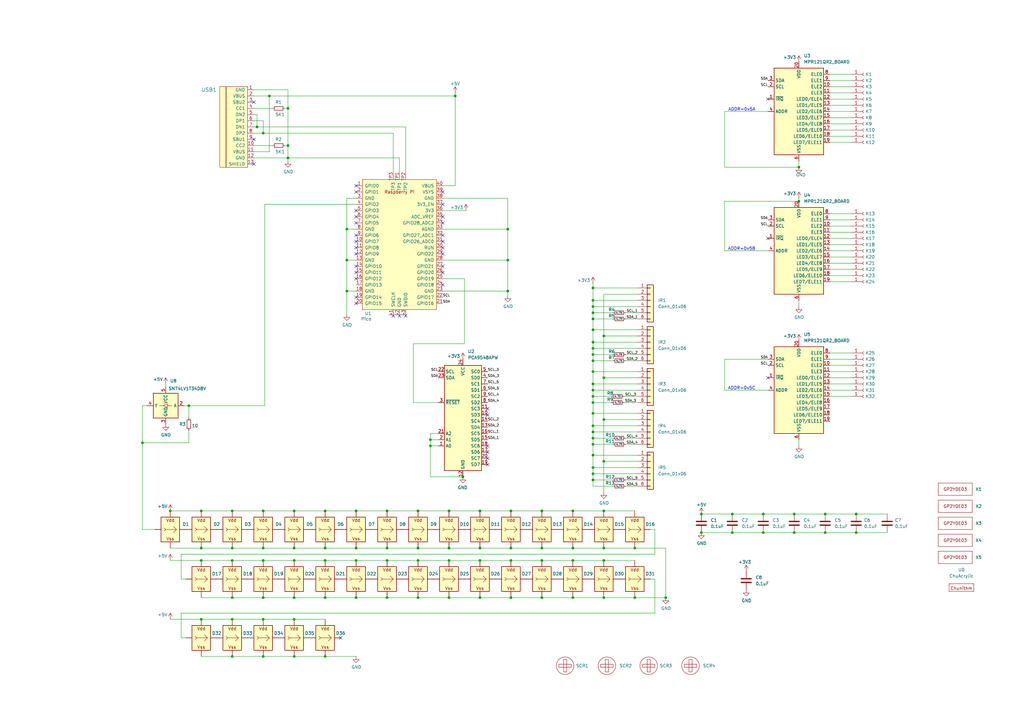
<source format=kicad_sch>
(kicad_sch (version 20211123) (generator eeschema)
  (paper "A3")
  (junction (at 243.205 169.545))
  (junction (at 243.205 160.02))
  (junction (at 247.65 189.23))
  (junction (at 243.205 182.245))
  (junction (at 120.65 224.79))
  (junction (at 58.42 181.61))
  (junction (at 234.95 245.11))
  (junction (at 158.75 209.55))
  (junction (at 107.95 54.61))
  (junction (at 338.455 218.44))
  (junction (at 107.95 224.79))
  (junction (at 247.65 245.11))
  (junction (at 243.205 125.73))
  (junction (at 133.35 269.24))
  (junction (at 186.69 39.37))
  (junction (at 120.65 254))
  (junction (at 260.35 245.11))
  (junction (at 247.65 209.55))
  (junction (at 260.35 224.79))
  (junction (at 243.205 177.165))
  (junction (at 243.205 196.85))
  (junction (at 176.53 182.88))
  (junction (at 243.205 165.1))
  (junction (at 222.25 229.87))
  (junction (at 196.85 224.79))
  (junction (at 146.05 229.87))
  (junction (at 176.53 180.34))
  (junction (at 243.205 130.81))
  (junction (at 171.45 209.55))
  (junction (at 82.55 254))
  (junction (at 120.65 269.24))
  (junction (at 133.35 224.79))
  (junction (at 82.55 229.87))
  (junction (at 243.205 142.875))
  (junction (at 107.95 245.11))
  (junction (at 243.205 194.31))
  (junction (at 243.205 118.11))
  (junction (at 120.65 209.55))
  (junction (at 146.05 224.79))
  (junction (at 158.75 229.87))
  (junction (at 300.355 218.44))
  (junction (at 287.655 210.82))
  (junction (at 196.85 209.55))
  (junction (at 234.95 224.79))
  (junction (at 171.45 245.11))
  (junction (at 142.24 119.38))
  (junction (at 184.15 229.87))
  (junction (at 110.49 39.37))
  (junction (at 95.25 224.79))
  (junction (at 287.655 218.44))
  (junction (at 351.155 218.44))
  (junction (at 247.65 154.94))
  (junction (at 327.66 68.58))
  (junction (at 351.155 210.82))
  (junction (at 118.11 64.77))
  (junction (at 189.865 195.58))
  (junction (at 95.25 245.11))
  (junction (at 171.45 229.87))
  (junction (at 133.35 209.55))
  (junction (at 184.15 245.11))
  (junction (at 243.205 186.69))
  (junction (at 146.05 209.55))
  (junction (at 325.755 210.82))
  (junction (at 247.65 229.87))
  (junction (at 243.205 152.4))
  (junction (at 247.65 224.79))
  (junction (at 325.755 218.44))
  (junction (at 95.25 229.87))
  (junction (at 184.15 224.79))
  (junction (at 209.55 245.11))
  (junction (at 243.205 162.56))
  (junction (at 300.355 210.82))
  (junction (at 107.95 254))
  (junction (at 243.205 128.27))
  (junction (at 247.65 137.795))
  (junction (at 171.45 224.79))
  (junction (at 158.75 245.11))
  (junction (at 313.055 210.82))
  (junction (at 107.95 269.24))
  (junction (at 133.35 245.11))
  (junction (at 338.455 210.82))
  (junction (at 107.95 229.87))
  (junction (at 243.205 179.705))
  (junction (at 118.11 59.69))
  (junction (at 243.205 191.77))
  (junction (at 142.24 106.68))
  (junction (at 120.65 229.87))
  (junction (at 118.11 44.45))
  (junction (at 95.25 269.24))
  (junction (at 273.05 245.11))
  (junction (at 120.65 245.11))
  (junction (at 243.205 140.335))
  (junction (at 82.55 209.55))
  (junction (at 234.95 209.55))
  (junction (at 222.25 224.79))
  (junction (at 209.55 209.55))
  (junction (at 243.205 135.255))
  (junction (at 95.25 254))
  (junction (at 243.205 174.625))
  (junction (at 77.47 166.37))
  (junction (at 133.35 229.87))
  (junction (at 107.95 209.55))
  (junction (at 247.65 172.085))
  (junction (at 146.05 245.11))
  (junction (at 142.24 93.98))
  (junction (at 209.55 229.87))
  (junction (at 243.205 145.415))
  (junction (at 209.55 224.79))
  (junction (at 95.25 209.55))
  (junction (at 243.205 157.48))
  (junction (at 222.25 245.11))
  (junction (at 196.85 229.87))
  (junction (at 243.205 123.19))
  (junction (at 222.25 209.55))
  (junction (at 69.85 209.55))
  (junction (at 208.28 106.68))
  (junction (at 208.28 93.98))
  (junction (at 82.55 224.79))
  (junction (at 158.75 224.79))
  (junction (at 327.66 82.55))
  (junction (at 105.41 52.07))
  (junction (at 313.055 218.44))
  (junction (at 234.95 229.87))
  (junction (at 208.28 119.38))
  (junction (at 196.85 245.11))
  (junction (at 243.205 147.955))
  (junction (at 184.15 209.55))
  (no_connect (at 163.83 129.54))
  (no_connect (at 200.025 187.96))
  (no_connect (at 200.025 190.5))
  (no_connect (at 146.05 99.06))
  (no_connect (at 314.96 154.94))
  (no_connect (at 104.14 67.31))
  (no_connect (at 104.14 41.91))
  (no_connect (at 104.14 57.15))
  (no_connect (at 181.61 101.6))
  (no_connect (at 181.61 104.14))
  (no_connect (at 181.61 109.22))
  (no_connect (at 181.61 111.76))
  (no_connect (at 181.61 78.74))
  (no_connect (at 181.61 83.82))
  (no_connect (at 181.61 88.9))
  (no_connect (at 146.05 121.92))
  (no_connect (at 161.29 129.54))
  (no_connect (at 181.61 91.44))
  (no_connect (at 146.05 104.14))
  (no_connect (at 146.05 111.76))
  (no_connect (at 200.025 185.42))
  (no_connect (at 146.05 124.46))
  (no_connect (at 181.61 96.52))
  (no_connect (at 146.05 78.74))
  (no_connect (at 200.025 170.18))
  (no_connect (at 200.025 167.64))
  (no_connect (at 181.61 116.84))
  (no_connect (at 146.05 96.52))
  (no_connect (at 146.05 109.22))
  (no_connect (at 181.61 99.06))
  (no_connect (at 146.05 76.2))
  (no_connect (at 200.025 182.88))
  (no_connect (at 314.96 40.64))
  (no_connect (at 146.05 114.3))
  (no_connect (at 146.05 86.36))
  (no_connect (at 314.96 97.79))
  (no_connect (at 139.7 261.62))
  (no_connect (at 166.37 129.54))
  (no_connect (at 146.05 101.6))
  (no_connect (at 146.05 91.44))
  (no_connect (at 146.05 88.9))
  (wire (pts (xy 255.905 165.1) (xy 261.62 165.1)))
  (wire (pts (xy 314.96 160.02) (xy 297.18 160.02)))
  (wire (pts (xy 327.66 125.73) (xy 327.66 123.19)))
  (wire (pts (xy 118.11 36.83) (xy 118.11 44.45)))
  (wire (pts (xy 256.54 182.245) (xy 261.62 182.245)))
  (wire (pts (xy 181.61 86.36) (xy 191.135 86.36)))
  (wire (pts (xy 142.24 81.28) (xy 142.24 93.98)))
  (wire (pts (xy 243.205 157.48) (xy 261.62 157.48)))
  (wire (pts (xy 243.205 152.4) (xy 243.205 157.48)))
  (wire (pts (xy 171.45 224.79) (xy 184.15 224.79)))
  (wire (pts (xy 340.36 43.18) (xy 349.25 43.18)))
  (wire (pts (xy 176.53 177.8) (xy 176.53 180.34)))
  (wire (pts (xy 108.585 166.37) (xy 77.47 166.37)))
  (wire (pts (xy 256.54 179.705) (xy 261.62 179.705)))
  (wire (pts (xy 222.25 224.79) (xy 234.95 224.79)))
  (wire (pts (xy 58.42 181.61) (xy 58.42 166.37)))
  (wire (pts (xy 181.61 119.38) (xy 208.28 119.38)))
  (wire (pts (xy 340.36 33.02) (xy 349.25 33.02)))
  (wire (pts (xy 340.36 48.26) (xy 349.25 48.26)))
  (wire (pts (xy 351.155 218.44) (xy 363.855 218.44)))
  (wire (pts (xy 104.14 52.07) (xy 105.41 52.07)))
  (wire (pts (xy 120.65 254) (xy 133.35 254)))
  (wire (pts (xy 247.65 209.55) (xy 260.35 209.55)))
  (wire (pts (xy 340.36 38.1) (xy 349.25 38.1)))
  (wire (pts (xy 243.205 162.56) (xy 250.825 162.56)))
  (wire (pts (xy 243.205 165.1) (xy 243.205 169.545)))
  (wire (pts (xy 110.49 62.23) (xy 110.49 39.37)))
  (wire (pts (xy 243.205 191.77) (xy 261.62 191.77)))
  (wire (pts (xy 349.25 115.57) (xy 340.36 115.57)))
  (wire (pts (xy 146.05 209.55) (xy 158.75 209.55)))
  (wire (pts (xy 208.28 81.28) (xy 208.28 93.98)))
  (wire (pts (xy 247.65 137.795) (xy 247.65 154.94)))
  (wire (pts (xy 268.605 217.17) (xy 268.605 227.33)))
  (wire (pts (xy 69.85 229.87) (xy 82.55 229.87)))
  (wire (pts (xy 327.66 182.88) (xy 327.66 180.34)))
  (wire (pts (xy 176.53 180.34) (xy 176.53 182.88)))
  (wire (pts (xy 349.25 90.17) (xy 340.36 90.17)))
  (wire (pts (xy 268.605 227.33) (xy 74.295 227.33)))
  (wire (pts (xy 243.205 162.56) (xy 243.205 165.1)))
  (wire (pts (xy 349.25 58.42) (xy 340.36 58.42)))
  (wire (pts (xy 243.205 142.875) (xy 243.205 145.415)))
  (wire (pts (xy 340.36 55.88) (xy 349.25 55.88)))
  (wire (pts (xy 95.25 224.79) (xy 107.95 224.79)))
  (wire (pts (xy 74.295 261.62) (xy 76.2 261.62)))
  (wire (pts (xy 196.85 224.79) (xy 209.55 224.79)))
  (wire (pts (xy 243.205 182.245) (xy 243.205 186.69)))
  (wire (pts (xy 243.205 147.955) (xy 243.205 152.4)))
  (wire (pts (xy 243.205 135.255) (xy 261.62 135.255)))
  (wire (pts (xy 266.7 217.17) (xy 268.605 217.17)))
  (wire (pts (xy 340.36 45.72) (xy 349.25 45.72)))
  (wire (pts (xy 58.42 166.37) (xy 60.325 166.37)))
  (wire (pts (xy 234.95 209.55) (xy 247.65 209.55)))
  (wire (pts (xy 297.18 147.32) (xy 314.96 147.32)))
  (wire (pts (xy 340.36 30.48) (xy 349.25 30.48)))
  (wire (pts (xy 261.62 120.65) (xy 247.65 120.65)))
  (wire (pts (xy 327.66 68.58) (xy 327.66 66.04)))
  (wire (pts (xy 349.25 160.02) (xy 340.36 160.02)))
  (wire (pts (xy 95.25 254) (xy 107.95 254)))
  (wire (pts (xy 314.96 45.72) (xy 297.18 45.72)))
  (wire (pts (xy 247.65 172.085) (xy 247.65 189.23)))
  (wire (pts (xy 243.205 165.1) (xy 250.825 165.1)))
  (wire (pts (xy 161.29 54.61) (xy 107.95 54.61)))
  (wire (pts (xy 243.205 177.165) (xy 243.205 179.705)))
  (wire (pts (xy 243.205 174.625) (xy 243.205 177.165)))
  (wire (pts (xy 169.545 140.97) (xy 169.545 165.1)))
  (wire (pts (xy 222.25 229.87) (xy 234.95 229.87)))
  (wire (pts (xy 95.25 245.11) (xy 107.95 245.11)))
  (wire (pts (xy 256.54 128.27) (xy 261.62 128.27)))
  (wire (pts (xy 247.65 154.94) (xy 261.62 154.94)))
  (wire (pts (xy 107.95 269.24) (xy 120.65 269.24)))
  (wire (pts (xy 340.36 35.56) (xy 349.25 35.56)))
  (wire (pts (xy 340.36 50.8) (xy 349.25 50.8)))
  (wire (pts (xy 273.05 245.11) (xy 273.05 224.79)))
  (wire (pts (xy 171.45 245.11) (xy 184.15 245.11)))
  (wire (pts (xy 243.205 142.875) (xy 261.62 142.875)))
  (wire (pts (xy 196.85 229.87) (xy 209.55 229.87)))
  (wire (pts (xy 243.205 145.415) (xy 251.46 145.415)))
  (wire (pts (xy 243.205 147.955) (xy 251.46 147.955)))
  (wire (pts (xy 349.25 152.4) (xy 340.36 152.4)))
  (wire (pts (xy 234.95 224.79) (xy 247.65 224.79)))
  (wire (pts (xy 243.205 194.31) (xy 243.205 196.85)))
  (wire (pts (xy 243.205 169.545) (xy 261.62 169.545)))
  (wire (pts (xy 243.205 118.11) (xy 243.205 123.19)))
  (wire (pts (xy 169.545 165.1) (xy 179.705 165.1)))
  (wire (pts (xy 107.95 245.11) (xy 120.65 245.11)))
  (wire (pts (xy 107.95 229.87) (xy 120.65 229.87)))
  (wire (pts (xy 243.205 128.27) (xy 243.205 130.81)))
  (wire (pts (xy 142.24 93.98) (xy 142.24 106.68)))
  (wire (pts (xy 256.54 145.415) (xy 261.62 145.415)))
  (wire (pts (xy 208.28 119.38) (xy 208.28 121.285)))
  (wire (pts (xy 260.35 224.79) (xy 273.05 224.79)))
  (wire (pts (xy 243.205 140.335) (xy 243.205 142.875)))
  (wire (pts (xy 82.55 229.87) (xy 95.25 229.87)))
  (wire (pts (xy 297.18 102.87) (xy 297.18 82.55)))
  (wire (pts (xy 349.25 87.63) (xy 340.36 87.63)))
  (wire (pts (xy 82.55 254) (xy 95.25 254)))
  (wire (pts (xy 349.25 149.86) (xy 340.36 149.86)))
  (wire (pts (xy 133.35 224.79) (xy 146.05 224.79)))
  (wire (pts (xy 243.205 196.85) (xy 251.46 196.85)))
  (wire (pts (xy 300.355 210.82) (xy 313.055 210.82)))
  (wire (pts (xy 340.36 53.34) (xy 349.25 53.34)))
  (wire (pts (xy 179.705 177.8) (xy 176.53 177.8)))
  (wire (pts (xy 58.42 181.61) (xy 58.42 217.17)))
  (wire (pts (xy 120.65 209.55) (xy 133.35 209.55)))
  (wire (pts (xy 243.205 152.4) (xy 261.62 152.4)))
  (wire (pts (xy 133.35 209.55) (xy 146.05 209.55)))
  (wire (pts (xy 176.53 182.88) (xy 176.53 195.58)))
  (wire (pts (xy 105.41 46.99) (xy 105.41 52.07)))
  (wire (pts (xy 243.205 145.415) (xy 243.205 147.955)))
  (wire (pts (xy 166.37 52.07) (xy 105.41 52.07)))
  (wire (pts (xy 107.95 254) (xy 120.65 254)))
  (wire (pts (xy 313.055 218.44) (xy 325.755 218.44)))
  (wire (pts (xy 95.25 269.24) (xy 107.95 269.24)))
  (wire (pts (xy 209.55 209.55) (xy 222.25 209.55)))
  (wire (pts (xy 171.45 229.87) (xy 184.15 229.87)))
  (wire (pts (xy 209.55 229.87) (xy 222.25 229.87)))
  (wire (pts (xy 349.25 105.41) (xy 340.36 105.41)))
  (wire (pts (xy 104.14 64.77) (xy 118.11 64.77)))
  (wire (pts (xy 107.95 49.53) (xy 107.95 54.61)))
  (wire (pts (xy 146.05 245.11) (xy 158.75 245.11)))
  (wire (pts (xy 190.5 114.3) (xy 181.61 114.3)))
  (wire (pts (xy 247.65 137.795) (xy 261.62 137.795)))
  (wire (pts (xy 190.5 114.3) (xy 190.5 140.97)))
  (wire (pts (xy 166.37 71.12) (xy 166.37 52.07)))
  (wire (pts (xy 243.205 177.165) (xy 261.62 177.165)))
  (wire (pts (xy 77.47 166.37) (xy 77.47 171.45)))
  (wire (pts (xy 243.205 118.11) (xy 261.62 118.11)))
  (wire (pts (xy 176.53 195.58) (xy 189.865 195.58)))
  (wire (pts (xy 176.53 180.34) (xy 179.705 180.34)))
  (wire (pts (xy 349.25 162.56) (xy 340.36 162.56)))
  (wire (pts (xy 234.95 229.87) (xy 247.65 229.87)))
  (wire (pts (xy 163.83 71.12) (xy 163.83 64.77)))
  (wire (pts (xy 108.585 83.82) (xy 108.585 166.37)))
  (wire (pts (xy 77.47 181.61) (xy 58.42 181.61)))
  (wire (pts (xy 82.55 209.55) (xy 95.25 209.55)))
  (wire (pts (xy 349.25 157.48) (xy 340.36 157.48)))
  (wire (pts (xy 176.53 182.88) (xy 179.705 182.88)))
  (wire (pts (xy 120.65 224.79) (xy 133.35 224.79)))
  (wire (pts (xy 234.95 245.11) (xy 247.65 245.11)))
  (wire (pts (xy 349.25 110.49) (xy 340.36 110.49)))
  (wire (pts (xy 222.25 245.11) (xy 234.95 245.11)))
  (wire (pts (xy 268.605 251.46) (xy 74.295 251.46)))
  (wire (pts (xy 349.25 107.95) (xy 340.36 107.95)))
  (wire (pts (xy 58.42 217.17) (xy 63.5 217.17)))
  (wire (pts (xy 287.655 218.44) (xy 300.355 218.44)))
  (wire (pts (xy 171.45 209.55) (xy 184.15 209.55)))
  (wire (pts (xy 243.205 130.81) (xy 243.205 135.255)))
  (wire (pts (xy 243.205 125.73) (xy 261.62 125.73)))
  (wire (pts (xy 74.295 237.49) (xy 76.2 237.49)))
  (wire (pts (xy 104.14 62.23) (xy 110.49 62.23)))
  (wire (pts (xy 110.49 39.37) (xy 186.69 39.37)))
  (wire (pts (xy 349.25 92.71) (xy 340.36 92.71)))
  (wire (pts (xy 256.54 199.39) (xy 261.62 199.39)))
  (wire (pts (xy 190.5 140.97) (xy 169.545 140.97)))
  (wire (pts (xy 104.14 54.61) (xy 107.95 54.61)))
  (wire (pts (xy 95.25 209.55) (xy 107.95 209.55)))
  (wire (pts (xy 74.295 227.33) (xy 74.295 237.49)))
  (wire (pts (xy 74.295 251.46) (xy 74.295 261.62)))
  (wire (pts (xy 349.25 147.32) (xy 340.36 147.32)))
  (wire (pts (xy 247.65 189.23) (xy 261.62 189.23)))
  (wire (pts (xy 243.205 174.625) (xy 261.62 174.625)))
  (wire (pts (xy 95.25 229.87) (xy 107.95 229.87)))
  (wire (pts (xy 104.14 59.69) (xy 111.76 59.69)))
  (wire (pts (xy 120.65 245.11) (xy 133.35 245.11)))
  (wire (pts (xy 255.905 162.56) (xy 261.62 162.56)))
  (wire (pts (xy 107.95 224.79) (xy 120.65 224.79)))
  (wire (pts (xy 146.05 229.87) (xy 158.75 229.87)))
  (wire (pts (xy 161.29 71.12) (xy 161.29 54.61)))
  (wire (pts (xy 142.24 106.68) (xy 142.24 119.38)))
  (wire (pts (xy 300.355 218.44) (xy 313.055 218.44)))
  (wire (pts (xy 104.14 44.45) (xy 111.76 44.45)))
  (wire (pts (xy 243.205 186.69) (xy 261.62 186.69)))
  (wire (pts (xy 313.055 210.82) (xy 325.755 210.82)))
  (wire (pts (xy 340.36 40.64) (xy 349.25 40.64)))
  (wire (pts (xy 107.95 209.55) (xy 120.65 209.55)))
  (wire (pts (xy 247.65 120.65) (xy 247.65 137.795)))
  (wire (pts (xy 243.205 194.31) (xy 261.62 194.31)))
  (wire (pts (xy 327.66 81.28) (xy 327.66 82.55)))
  (wire (pts (xy 247.65 224.79) (xy 260.35 224.79)))
  (wire (pts (xy 118.11 59.69) (xy 116.84 59.69)))
  (wire (pts (xy 349.25 102.87) (xy 340.36 102.87)))
  (wire (pts (xy 163.83 64.77) (xy 118.11 64.77)))
  (wire (pts (xy 82.55 269.24) (xy 95.25 269.24)))
  (wire (pts (xy 256.54 130.81) (xy 261.62 130.81)))
  (wire (pts (xy 120.65 269.24) (xy 133.35 269.24)))
  (wire (pts (xy 266.7 237.49) (xy 268.605 237.49)))
  (wire (pts (xy 243.205 179.705) (xy 243.205 182.245)))
  (wire (pts (xy 196.85 245.11) (xy 209.55 245.11)))
  (wire (pts (xy 256.54 147.955) (xy 261.62 147.955)))
  (wire (pts (xy 104.14 36.83) (xy 118.11 36.83)))
  (wire (pts (xy 82.55 245.11) (xy 95.25 245.11)))
  (wire (pts (xy 104.14 39.37) (xy 110.49 39.37)))
  (wire (pts (xy 268.605 237.49) (xy 268.605 251.46)))
  (wire (pts (xy 243.205 179.705) (xy 251.46 179.705)))
  (wire (pts (xy 256.54 196.85) (xy 261.62 196.85)))
  (wire (pts (xy 184.15 224.79) (xy 196.85 224.79)))
  (wire (pts (xy 243.205 128.27) (xy 251.46 128.27)))
  (wire (pts (xy 184.15 229.87) (xy 196.85 229.87)))
  (wire (pts (xy 338.455 218.44) (xy 351.155 218.44)))
  (wire (pts (xy 243.205 123.19) (xy 261.62 123.19)))
  (wire (pts (xy 158.75 209.55) (xy 171.45 209.55)))
  (wire (pts (xy 261.62 160.02) (xy 243.205 160.02)))
  (wire (pts (xy 146.05 81.28) (xy 142.24 81.28)))
  (wire (pts (xy 297.18 160.02) (xy 297.18 147.32)))
  (wire (pts (xy 142.24 119.38) (xy 146.05 119.38)))
  (wire (pts (xy 208.28 106.68) (xy 208.28 119.38)))
  (wire (pts (xy 297.18 82.55) (xy 327.66 82.55)))
  (wire (pts (xy 77.47 176.53) (xy 77.47 181.61)))
  (wire (pts (xy 69.85 254) (xy 82.55 254)))
  (wire (pts (xy 243.205 116.205) (xy 243.205 118.11)))
  (wire (pts (xy 146.05 224.79) (xy 158.75 224.79)))
  (wire (pts (xy 158.75 224.79) (xy 171.45 224.79)))
  (wire (pts (xy 243.205 199.39) (xy 251.46 199.39)))
  (wire (pts (xy 297.18 45.72) (xy 297.18 68.58)))
  (wire (pts (xy 133.35 269.24) (xy 146.05 269.24)))
  (wire (pts (xy 181.61 81.28) (xy 208.28 81.28)))
  (wire (pts (xy 120.65 229.87) (xy 133.35 229.87)))
  (wire (pts (xy 349.25 154.94) (xy 340.36 154.94)))
  (wire (pts (xy 338.455 210.82) (xy 351.155 210.82)))
  (wire (pts (xy 158.75 229.87) (xy 171.45 229.87)))
  (wire (pts (xy 243.205 160.02) (xy 243.205 162.56)))
  (wire (pts (xy 181.61 106.68) (xy 208.28 106.68)))
  (wire (pts (xy 133.35 229.87) (xy 146.05 229.87)))
  (wire (pts (xy 67.945 157.48) (xy 67.945 158.75)))
  (wire (pts (xy 118.11 44.45) (xy 118.11 59.69)))
  (wire (pts (xy 243.205 182.245) (xy 251.46 182.245)))
  (wire (pts (xy 133.35 245.11) (xy 146.05 245.11)))
  (wire (pts (xy 82.55 224.79) (xy 95.25 224.79)))
  (wire (pts (xy 247.65 172.085) (xy 261.62 172.085)))
  (wire (pts (xy 208.28 93.98) (xy 208.28 106.68)))
  (wire (pts (xy 196.85 209.55) (xy 209.55 209.55)))
  (wire (pts (xy 118.11 64.77) (xy 118.11 66.04)))
  (wire (pts (xy 325.755 218.44) (xy 338.455 218.44)))
  (wire (pts (xy 247.65 154.94) (xy 247.65 172.085)))
  (wire (pts (xy 247.65 229.87) (xy 260.35 229.87)))
  (wire (pts (xy 349.25 100.33) (xy 340.36 100.33)))
  (wire (pts (xy 314.96 102.87) (xy 297.18 102.87)))
  (wire (pts (xy 297.18 68.58) (xy 327.66 68.58)))
  (wire (pts (xy 184.15 245.11) (xy 196.85 245.11)))
  (wire (pts (xy 181.61 93.98) (xy 208.28 93.98)))
  (wire (pts (xy 209.55 224.79) (xy 222.25 224.79)))
  (wire (pts (xy 243.205 135.255) (xy 243.205 140.335)))
  (wire (pts (xy 247.65 245.11) (xy 260.35 245.11)))
  (wire (pts (xy 260.35 245.11) (xy 273.05 245.11)))
  (wire (pts (xy 243.205 125.73) (xy 243.205 128.27)))
  (wire (pts (xy 184.15 209.55) (xy 196.85 209.55)))
  (wire (pts (xy 186.69 39.37) (xy 186.69 38.1)))
  (wire (pts (xy 158.75 245.11) (xy 171.45 245.11)))
  (wire (pts (xy 104.14 49.53) (xy 107.95 49.53)))
  (wire (pts (xy 118.11 59.69) (xy 118.11 64.77)))
  (wire (pts (xy 349.25 144.78) (xy 340.36 144.78)))
  (wire (pts (xy 209.55 245.11) (xy 222.25 245.11)))
  (wire (pts (xy 222.25 209.55) (xy 234.95 209.55)))
  (wire (pts (xy 287.655 210.82) (xy 300.355 210.82)))
  (wire (pts (xy 104.14 46.99) (xy 105.41 46.99)))
  (wire (pts (xy 243.205 123.19) (xy 243.205 125.73)))
  (wire (pts (xy 142.24 93.98) (xy 146.05 93.98)))
  (wire (pts (xy 243.205 157.48) (xy 243.205 160.02)))
  (wire (pts (xy 118.11 44.45) (xy 116.84 44.45)))
  (wire (pts (xy 69.85 224.79) (xy 82.55 224.79)))
  (wire (pts (xy 243.205 191.77) (xy 243.205 194.31)))
  (wire (pts (xy 243.205 140.335) (xy 261.62 140.335)))
  (wire (pts (xy 181.61 76.2) (xy 186.69 76.2)))
  (wire (pts (xy 77.47 166.37) (xy 75.565 166.37)))
  (wire (pts (xy 349.25 97.79) (xy 340.36 97.79)))
  (wire (pts (xy 349.25 95.25) (xy 340.36 95.25)))
  (wire (pts (xy 243.205 130.81) (xy 251.46 130.81)))
  (wire (pts (xy 69.85 209.55) (xy 82.55 209.55)))
  (wire (pts (xy 186.69 39.37) (xy 186.69 76.2)))
  (wire (pts (xy 243.205 186.69) (xy 243.205 191.77)))
  (wire (pts (xy 142.24 119.38) (xy 142.24 128.905)))
  (wire (pts (xy 243.205 169.545) (xy 243.205 174.625)))
  (wire (pts (xy 142.24 106.68) (xy 146.05 106.68)))
  (wire (pts (xy 325.755 210.82) (xy 338.455 210.82)))
  (wire (pts (xy 247.65 189.23) (xy 247.65 201.93)))
  (wire (pts (xy 146.05 83.82) (xy 108.585 83.82)))
  (wire (pts (xy 349.25 113.03) (xy 340.36 113.03)))
  (wire (pts (xy 243.205 196.85) (xy 243.205 199.39)))
  (wire (pts (xy 351.155 210.82) (xy 363.855 210.82)))
  (text "ADDR=0x5C" (at 309.88 160.02 180) (effects (font (size 1.27 1.27)) (justify right bottom)))
  (text "ADDR=0x5A" (at 309.88 45.72 180) (effects (font (size 1.27 1.27)) (justify right bottom)))
  (text "ADDR=0x5B" (at 309.88 102.87 180) (effects (font (size 1.27 1.27)) (justify right bottom)))
  (label "SCL_2" (at 261.62 145.415 180) (effects (font (size 1 1))))
  (label "SDA_3" (at 260.985 165.1 180) (effects (font (size 1 1))))
  (label "SCL_2" (at 200.025 172.72 0) (effects (font (size 1 1))))
  (label "SDA_5" (at 200.025 160.02 0) (effects (font (size 1 1))))
  (label "SCL_4" (at 261.62 179.705 180) (effects (font (size 1 1))))
  (label "SDA_4" (at 200.025 165.1 0) (effects (font (size 1 1))))
  (label "SCL" (at 314.96 149.86 180) (effects (font (size 1 1))))
  (label "SCL_1" (at 261.62 128.27 180) (effects (font (size 1 1))))
  (label "SCL_4" (at 200.025 162.56 0) (effects (font (size 1 1))))
  (label "SDA_2" (at 261.62 147.955 180) (effects (font (size 1 1))))
  (label "SCL_3" (at 260.985 162.56 180) (effects (font (size 1 1))))
  (label "SDA" (at 179.705 154.94 180) (effects (font (size 1 1))))
  (label "SCL_1" (at 200.025 177.8 0) (effects (font (size 1 1))))
  (label "SDA_3" (at 200.025 154.94 0) (effects (font (size 1 1))))
  (label "SDA_5" (at 261.62 199.39 180) (effects (font (size 1 1))))
  (label "SCL" (at 314.96 35.56 180) (effects (font (size 1 1))))
  (label "SDA_4" (at 261.62 182.245 180) (effects (font (size 1 1))))
  (label "SDA" (at 314.96 147.32 180) (effects (font (size 1 1))))
  (label "SCL_3" (at 200.025 152.4 0) (effects (font (size 1 1))))
  (label "SDA" (at 314.96 90.17 180) (effects (font (size 1 1))))
  (label "SCL_5" (at 200.025 157.48 0) (effects (font (size 1 1))))
  (label "SDA_2" (at 200.025 175.26 0) (effects (font (size 1 1))))
  (label "SCL" (at 181.61 121.92 0) (effects (font (size 1 1))))
  (label "SDA" (at 181.61 124.46 0) (effects (font (size 1 1))))
  (label "SCL" (at 179.705 152.4 180) (effects (font (size 1 1))))
  (label "SCL" (at 314.96 92.71 180) (effects (font (size 1 1))))
  (label "SDA_1" (at 261.62 130.81 180) (effects (font (size 1 1))))
  (label "SDA" (at 314.96 33.02 180) (effects (font (size 1 1))))
  (label "SDA_1" (at 200.025 180.34 0) (effects (font (size 1 1))))
  (label "SCL_5" (at 261.62 196.85 180) (effects (font (size 1 1))))
  (symbol (lib_id "MCU_RaspberryPi_and_Boards:Pico") (at 163.83 100.33 0) (unit 1)
    (property "Reference" "U1" (at 152.4 128.4986 0) (effects (justify right)))
    (property "Value" "Pico" (at 152.4 130.81 0) (effects (justify right)))
    (property "Footprint" "chu_main:RPi_Pico_SMD_Pins_Strip" (effects hide))
  )
  (symbol (lib_id "Type-C:HRO-TYPE-C-31-M-12") (at 101.6 50.8 0) (unit 1)
    (property "Reference" "USB1" (at 82.55 36.83 0) (effects (font (size 1.524 1.524)) (justify left)))
    (property "Value" "U262-161N-4BVC11" (effects hide))
    (property "Footprint" "Type-C:HRO-TYPE-C-31-M-12-Assembly" (effects hide))
    (property "LCSC" "C319148" (effects hide))
  )
  (symbol (lib_id "power:GND") (at 118.11 66.04 0) (unit 1)
    (property "Reference" "#PWR0112" (effects hide))
    (property "Value" "GND" (at 118.237 70.4342 0))
  )
  (symbol (lib_id "power:+5V") (at 186.69 38.1 0) (unit 1)
    (property "Reference" "#PWR0114" (effects hide))
    (property "Value" "+5V" (at 186.69 34.29 0))
  )
  (symbol (lib_id "Device:R_Small") (at 114.3 59.69 90) (unit 1)
    (property "Reference" "R2" (at 115.57 57.15 90) (effects (justify left)))
    (property "Value" "5K1" (at 116.84 62.23 90) (effects (justify left)))
    (property "Footprint" "Resistor_SMD:R_0603_1608Metric" (effects hide))
    (property "LCSC" "C23186" (effects hide))
  )
  (symbol (lib_id "Device:R_Small") (at 114.3 44.45 90) (unit 1)
    (property "Reference" "R1" (at 115.57 41.91 90) (effects (justify left)))
    (property "Value" "5K1" (at 116.84 46.99 90) (effects (justify left)))
    (property "Footprint" "Resistor_SMD:R_0603_1608Metric" (effects hide))
    (property "LCSC" "C23186" (effects hide))
  )
  (symbol (lib_id "Connector:Conn_01x01_Female") (at 354.33 55.88 0) (unit 1)
    (property "Reference" "K11" (at 354.965 55.8799 0) (effects (justify left)))
    (property "Value" "Conn_01x01_Female" (effects hide))
    (property "Footprint" "chu_main:ChuKeyBiasLeft" (effects hide))
  )
  (symbol (lib_id "chu_main:WS2812B_Unified") (at 82.55 261.62 0) (unit 1)
    (property "Reference" "D32" (at 88.9 259.715 0))
    (property "Value" "WS2812B_Unified" (effects hide))
    (property "Footprint" "chu_main:WS2812B-4020" (effects hide))
  )
  (symbol (lib_id "Device:R_Small") (at 253.365 165.1 270) (unit 1)
    (property "Reference" "R9" (at 248.92 163.83 90) (effects (justify left)))
    (property "Value" "4.7K" (at 251.9925 165.1156 90) (effects (font (size 0.8 0.8)) (justify left)))
    (property "Footprint" "Resistor_SMD:R_0603_1608Metric" (effects hide))
    (property "LCSC" "C23186" (effects hide))
  )
  (symbol (lib_id "Connector:Conn_01x01_Female") (at 354.33 35.56 0) (unit 1)
    (property "Reference" "K3" (at 354.965 35.5599 0) (effects (justify left)))
    (property "Value" "Conn_01x01_Female" (effects hide))
    (property "Footprint" "chu_main:ChuKey" (effects hide))
  )
  (symbol (lib_id "chu_main:GP2Y0E03_REAL") (at 391.795 196.215 0) (unit 1)
    (property "Reference" "X1" (at 400.05 200.6599 0) (effects (justify left)))
    (property "Value" "GP2Y0E03_REAL" (effects hide))
    (property "Footprint" "chu_main:GP2Y0E03_REAL" (effects hide))
  )
  (symbol (lib_id "power:GND") (at 327.66 68.58 0) (unit 1)
    (property "Reference" "#PWR0122" (effects hide))
    (property "Value" "GND" (at 328.422 71.7042 0))
  )
  (symbol (lib_id "Connector:Conn_01x01_Female") (at 354.33 162.56 0) (unit 1)
    (property "Reference" "K32" (at 354.965 162.56 0) (effects (justify left)))
    (property "Value" "Conn_01x01_Female" (effects hide))
    (property "Footprint" "chu_main:ChuKey" (effects hide))
  )
  (symbol (lib_id "chu_main:WS2812B_Unified") (at 82.55 237.49 0) (unit 1)
    (property "Reference" "D17" (at 88.9 235.331 0))
    (property "Value" "WS2812B_Unified" (effects hide))
    (property "Footprint" "chu_main:WS2812B-4020" (effects hide))
  )
  (symbol (lib_id "chu_main:WS2812B_Unified") (at 120.65 237.49 0) (unit 1)
    (property "Reference" "D20" (at 127 235.331 0))
    (property "Value" "WS2812B_Unified" (effects hide))
    (property "Footprint" "chu_main:WS2812B-4020" (effects hide))
  )
  (symbol (lib_id "chu_main:GP2Y0E03_REAL") (at 391.795 203.2 0) (unit 1)
    (property "Reference" "X2" (at 400.05 207.6449 0) (effects (justify left)))
    (property "Value" "GP2Y0E03_REAL" (effects hide))
    (property "Footprint" "chu_main:GP2Y0E03_REAL" (effects hide))
  )
  (symbol (lib_id "Device:C") (at 325.755 214.63 0) (unit 1)
    (property "Reference" "C4" (at 329.565 213.3599 0) (effects (justify left)))
    (property "Value" "0.1uF" (at 329.565 215.8999 0) (effects (justify left)))
    (property "Footprint" "Capacitor_SMD:C_0603_1608Metric_Pad1.08x0.95mm_HandSolder" (effects hide))
  )
  (symbol (lib_id "chu_main:WS2812B_Unified") (at 146.05 217.17 0) (unit 1)
    (property "Reference" "D7" (at 152.4 215.011 0))
    (property "Value" "WS2812B_Unified" (effects hide))
    (property "Footprint" "chu_main:WS2812B-4020" (effects hide))
  )
  (symbol (lib_id "Connector:Conn_01x01_Female") (at 354.33 90.17 0) (unit 1)
    (property "Reference" "K14" (at 354.965 90.17 0) (effects (justify left)))
    (property "Value" "Conn_01x01_Female" (effects hide))
    (property "Footprint" "chu_main:ChuKeyBiasLeft" (effects hide))
  )
  (symbol (lib_id "Device:C") (at 313.055 214.63 0) (unit 1)
    (property "Reference" "C3" (at 316.865 213.3599 0) (effects (justify left)))
    (property "Value" "0.1uF" (at 316.865 215.8999 0) (effects (justify left)))
    (property "Footprint" "Capacitor_SMD:C_0603_1608Metric_Pad1.08x0.95mm_HandSolder" (effects hide))
  )
  (symbol (lib_id "Connector:Conn_01x01_Female") (at 354.33 154.94 0) (unit 1)
    (property "Reference" "K29" (at 354.965 154.94 0) (effects (justify left)))
    (property "Value" "Conn_01x01_Female" (effects hide))
    (property "Footprint" "chu_main:ChuKey" (effects hide))
  )
  (symbol (lib_id "chu_main:WS2812B_Unified") (at 133.35 237.49 0) (unit 1)
    (property "Reference" "D21" (at 139.7 235.331 0))
    (property "Value" "WS2812B_Unified" (effects hide))
    (property "Footprint" "chu_main:WS2812B-4020" (effects hide))
  )
  (symbol (lib_id "Device:R_Small") (at 254 147.955 270) (unit 1)
    (property "Reference" "R7" (at 249.555 146.685 90) (effects (justify left)))
    (property "Value" "4.7K" (at 252.6275 147.9706 90) (effects (font (size 0.8 0.8)) (justify left)))
    (property "Footprint" "Resistor_SMD:R_0603_1608Metric" (effects hide))
    (property "LCSC" "C23186" (effects hide))
  )
  (symbol (lib_id "chu_main:WS2812B_Unified") (at 120.65 261.62 0) (unit 1)
    (property "Reference" "D35" (at 127 259.715 0))
    (property "Value" "WS2812B_Unified" (effects hide))
    (property "Footprint" "chu_main:WS2812B-4020" (effects hide))
  )
  (symbol (lib_id "chu_main:WS2812B_Unified") (at 171.45 217.17 0) (unit 1)
    (property "Reference" "D9" (at 177.8 215.011 0))
    (property "Value" "WS2812B_Unified" (effects hide))
    (property "Footprint" "chu_main:WS2812B-4020" (effects hide))
  )
  (symbol (lib_id "chu_main:WS2812B_Unified") (at 69.85 217.17 0) (unit 1)
    (property "Reference" "D1" (at 76.2 215.011 0))
    (property "Value" "WS2812B_Unified" (effects hide))
    (property "Footprint" "chu_main:WS2812B-4020" (effects hide))
  )
  (symbol (lib_id "Connector:Conn_01x01_Female") (at 354.33 157.48 0) (unit 1)
    (property "Reference" "K30" (at 354.965 157.48 0) (effects (justify left)))
    (property "Value" "Conn_01x01_Female" (effects hide))
    (property "Footprint" "chu_main:ChuKey" (effects hide))
  )
  (symbol (lib_id "Connector:Conn_01x01_Female") (at 354.33 30.48 0) (unit 1)
    (property "Reference" "K1" (at 354.965 30.4799 0) (effects (justify left)))
    (property "Value" "Conn_01x01_Female" (effects hide))
    (property "Footprint" "chu_main:ChuKey" (effects hide))
  )
  (symbol (lib_id "power:+3V3") (at 306.07 234.315 0) (unit 1)
    (property "Reference" "#PWR0105" (effects hide))
    (property "Value" "+3V3" (at 305.435 230.505 0))
  )
  (symbol (lib_id "power:GND") (at 306.07 241.935 0) (unit 1)
    (property "Reference" "#PWR0116" (effects hide))
    (property "Value" "GND" (at 306.197 246.3292 0))
  )
  (symbol (lib_id "Connector:Conn_01x01_Female") (at 354.33 45.72 0) (unit 1)
    (property "Reference" "K7" (at 354.965 45.7199 0) (effects (justify left)))
    (property "Value" "Conn_01x01_Female" (effects hide))
    (property "Footprint" "chu_main:ChuKey" (effects hide))
  )
  (symbol (lib_id "Device:R_Small") (at 77.47 173.99 180) (unit 1)
    (property "Reference" "R3" (at 76.2 173.99 0) (effects (justify left)))
    (property "Value" "10" (at 81.28 174.625 0) (effects (justify left)))
    (property "Footprint" "Resistor_SMD:R_0603_1608Metric" (effects hide))
    (property "LCSC" "C23186" (effects hide))
  )
  (symbol (lib_id "chu_main:WS2812B_Unified") (at 184.15 237.49 0) (unit 1)
    (property "Reference" "D25" (at 190.5 235.331 0))
    (property "Value" "WS2812B_Unified" (effects hide))
    (property "Footprint" "chu_main:WS2812B-4020" (effects hide))
  )
  (symbol (lib_id "chu_main:WS2812B_Unified") (at 222.25 237.49 0) (unit 1)
    (property "Reference" "D28" (at 228.6 235.331 0))
    (property "Value" "WS2812B_Unified" (effects hide))
    (property "Footprint" "chu_main:WS2812B-4020" (effects hide))
  )
  (symbol (lib_id "power:+5V") (at 69.85 254 0) (unit 1)
    (property "Reference" "#PWR0115" (effects hide))
    (property "Value" "+5V" (at 66.675 252.095 0))
  )
  (symbol (lib_id "power:GND") (at 142.24 128.905 0) (unit 1)
    (property "Reference" "#PWR0125" (effects hide))
    (property "Value" "GND" (at 142.367 133.2992 0))
  )
  (symbol (lib_id "power:GND") (at 208.28 121.285 0) (unit 1)
    (property "Reference" "#PWR0103" (effects hide))
    (property "Value" "GND" (at 208.407 125.6792 0))
  )
  (symbol (lib_id "power:+5V") (at 67.945 157.48 0) (unit 1)
    (property "Reference" "#PWR0117" (effects hide))
    (property "Value" "+5V" (at 64.77 155.575 0))
  )
  (symbol (lib_id "Connector:Conn_01x01_Female") (at 354.33 160.02 0) (unit 1)
    (property "Reference" "K31" (at 354.965 160.02 0) (effects (justify left)))
    (property "Value" "Conn_01x01_Female" (effects hide))
    (property "Footprint" "chu_main:ChuKey" (effects hide))
  )
  (symbol (lib_id "Device:R_Small") (at 254 128.27 270) (unit 1)
    (property "Reference" "R4" (at 249.555 127 90) (effects (justify left)))
    (property "Value" "4.7K" (at 252.5688 128.2982 90) (effects (font (size 0.8 0.8)) (justify left)))
    (property "Footprint" "Resistor_SMD:R_0603_1608Metric" (effects hide))
    (property "LCSC" "C23186" (effects hide))
  )
  (symbol (lib_id "chu_main:WS2812B_Unified") (at 107.95 237.49 0) (unit 1)
    (property "Reference" "D19" (at 114.3 235.331 0))
    (property "Value" "WS2812B_Unified" (effects hide))
    (property "Footprint" "chu_main:WS2812B-4020" (effects hide))
  )
  (symbol (lib_id "chu_main:WS2812B_Unified") (at 184.15 217.17 0) (unit 1)
    (property "Reference" "D10" (at 190.5 215.011 0))
    (property "Value" "WS2812B_Unified" (effects hide))
    (property "Footprint" "chu_main:WS2812B-4020" (effects hide))
  )
  (symbol (lib_id "Device:R_Small") (at 254 179.705 270) (unit 1)
    (property "Reference" "R10" (at 248.285 178.435 90) (effects (justify left)))
    (property "Value" "4.7K" (at 252.5688 179.7332 90) (effects (font (size 0.8 0.8)) (justify left)))
    (property "Footprint" "Resistor_SMD:R_0603_1608Metric" (effects hide))
    (property "LCSC" "C23186" (effects hide))
  )
  (symbol (lib_id "chu_main:WS2812B_Unified") (at 222.25 217.17 0) (unit 1)
    (property "Reference" "D13" (at 228.6 215.011 0))
    (property "Value" "WS2812B_Unified" (effects hide))
    (property "Footprint" "chu_main:WS2812B-4020" (effects hide))
  )
  (symbol (lib_id "Device:C") (at 306.07 238.125 0) (unit 1)
    (property "Reference" "C8" (at 309.88 236.8549 0) (effects (justify left)))
    (property "Value" "0.1uF" (at 309.88 239.3949 0) (effects (justify left)))
    (property "Footprint" "Capacitor_SMD:C_0603_1608Metric_Pad1.08x0.95mm_HandSolder" (effects hide))
  )
  (symbol (lib_id "Connector:Conn_01x01_Female") (at 354.33 149.86 0) (unit 1)
    (property "Reference" "K27" (at 354.965 149.86 0) (effects (justify left)))
    (property "Value" "Conn_01x01_Female" (effects hide))
    (property "Footprint" "chu_main:ChuKey" (effects hide))
  )
  (symbol (lib_id "power:GND") (at 327.66 182.88 0) (unit 1)
    (property "Reference" "#PWR0119" (effects hide))
    (property "Value" "GND" (at 327.787 187.2742 0))
  )
  (symbol (lib_id "Device:C") (at 363.855 214.63 0) (unit 1)
    (property "Reference" "C7" (at 367.03 213.3599 0) (effects (justify left)))
    (property "Value" "0.1uF" (at 367.03 215.8999 0) (effects (justify left)))
    (property "Footprint" "Capacitor_SMD:C_0603_1608Metric_Pad1.08x0.95mm_HandSolder" (effects hide))
  )
  (symbol (lib_id "iidx_teeny:ScrewHole") (at 248.92 273.05 0) (unit 1)
    (property "Reference" "SCR2" (at 254 273.0499 0) (effects (justify left)))
    (property "Value" "ScrewHole" (effects hide))
    (property "Footprint" "chu_main:MountingHole_3.2mm_M3" (effects hide))
  )
  (symbol (lib_id "Connector:Conn_01x01_Female") (at 354.33 102.87 0) (unit 1)
    (property "Reference" "K19" (at 354.965 102.87 0) (effects (justify left)))
    (property "Value" "Conn_01x01_Female" (effects hide))
    (property "Footprint" "chu_main:ChuKey" (effects hide))
  )
  (symbol (lib_id "Device:R_Small") (at 254 199.39 270) (unit 1)
    (property "Reference" "R13" (at 248.285 198.12 90) (effects (justify left)))
    (property "Value" "4.7K" (at 252.6275 199.4056 90) (effects (font (size 0.8 0.8)) (justify left)))
    (property "Footprint" "Resistor_SMD:R_0603_1608Metric" (effects hide))
    (property "LCSC" "C23186" (effects hide))
  )
  (symbol (lib_id "Connector_Generic:Conn_01x06") (at 266.7 174.625 0) (unit 1)
    (property "Reference" "IR4" (at 269.875 174.6249 0) (effects (justify left)))
    (property "Value" "Conn_01x06" (at 269.875 177.1649 0) (effects (justify left)))
    (property "Footprint" "chu_main:GP2Y0E03" (effects hide))
  )
  (symbol (lib_id "Connector:Conn_01x01_Female") (at 354.33 43.18 0) (unit 1)
    (property "Reference" "K6" (at 354.965 43.18 0) (effects (justify left)))
    (property "Value" "Conn_01x01_Female" (effects hide))
    (property "Footprint" "chu_main:ChuKey" (effects hide))
  )
  (symbol (lib_id "chu_main:WS2812B_Unified") (at 196.85 237.49 0) (unit 1)
    (property "Reference" "D26" (at 203.2 235.331 0))
    (property "Value" "WS2812B_Unified" (effects hide))
    (property "Footprint" "chu_main:WS2812B-4020" (effects hide))
  )
  (symbol (lib_id "power:+3V3") (at 189.865 147.32 0) (unit 1)
    (property "Reference" "#PWR0118" (effects hide))
    (property "Value" "+3V3" (at 186.055 146.05 0))
  )
  (symbol (lib_id "power:GND") (at 67.945 173.99 0) (unit 1)
    (property "Reference" "#PWR0113" (effects hide))
    (property "Value" "GND" (at 68.072 178.3842 0))
  )
  (symbol (lib_id "Connector:Conn_01x01_Female") (at 354.33 92.71 0) (unit 1)
    (property "Reference" "K15" (at 354.965 92.71 0) (effects (justify left)))
    (property "Value" "Conn_01x01_Female" (effects hide))
    (property "Footprint" "chu_main:ChuKey" (effects hide))
  )
  (symbol (lib_id "chu_main:WS2812B_Unified") (at 196.85 217.17 0) (unit 1)
    (property "Reference" "D11" (at 203.2 215.011 0))
    (property "Value" "WS2812B_Unified" (effects hide))
    (property "Footprint" "chu_main:WS2812B-4020" (effects hide))
  )
  (symbol (lib_id "chu_main:WS2812B_Unified") (at 171.45 237.49 0) (unit 1)
    (property "Reference" "D24" (at 177.8 235.331 0))
    (property "Value" "WS2812B_Unified" (effects hide))
    (property "Footprint" "chu_main:WS2812B-4020" (effects hide))
  )
  (symbol (lib_id "power:GND") (at 327.66 125.73 0) (unit 1)
    (property "Reference" "#PWR0120" (effects hide))
    (property "Value" "GND" (at 327.787 130.1242 0))
  )
  (symbol (lib_id "chu_main:WS2812B_Unified") (at 209.55 217.17 0) (unit 1)
    (property "Reference" "D12" (at 215.9 215.011 0))
    (property "Value" "WS2812B_Unified" (effects hide))
    (property "Footprint" "chu_main:WS2812B-4020" (effects hide))
  )
  (symbol (lib_id "Connector_Generic:Conn_01x06") (at 266.7 123.19 0) (unit 1)
    (property "Reference" "IR1" (at 269.875 123.1899 0) (effects (justify left)))
    (property "Value" "Conn_01x06" (at 269.875 125.7299 0) (effects (justify left)))
    (property "Footprint" "chu_main:GP2Y0E03" (effects hide))
  )
  (symbol (lib_id "chu_main:GP2Y0E03_REAL") (at 391.795 210.185 0) (unit 1)
    (property "Reference" "X3" (at 400.05 214.6299 0) (effects (justify left)))
    (property "Value" "GP2Y0E03_REAL" (effects hide))
    (property "Footprint" "chu_main:GP2Y0E03_REAL" (effects hide))
  )
  (symbol (lib_id "power:GND") (at 189.865 195.58 0) (mirror y) (unit 1)
    (property "Reference" "#PWR0126" (effects hide))
    (property "Value" "GND" (at 189.738 199.9742 0))
  )
  (symbol (lib_id "Device:R_Small") (at 254 145.415 270) (unit 1)
    (property "Reference" "R6" (at 249.555 144.145 90) (effects (justify left)))
    (property "Value" "4.7K" (at 252.5688 145.4432 90) (effects (font (size 0.8 0.8)) (justify left)))
    (property "Footprint" "Resistor_SMD:R_0603_1608Metric" (effects hide))
    (property "LCSC" "C23186" (effects hide))
  )
  (symbol (lib_id "Device:C") (at 338.455 214.63 0) (unit 1)
    (property "Reference" "C5" (at 342.265 213.3599 0) (effects (justify left)))
    (property "Value" "0.1uF" (at 342.265 215.8999 0) (effects (justify left)))
    (property "Footprint" "Capacitor_SMD:C_0603_1608Metric_Pad1.08x0.95mm_HandSolder" (effects hide))
  )
  (symbol (lib_id "chu_main:WS2812B_Unified") (at 107.95 261.62 0) (unit 1)
    (property "Reference" "D34" (at 114.3 259.715 0))
    (property "Value" "WS2812B_Unified" (effects hide))
    (property "Footprint" "chu_main:WS2812B-4020" (effects hide))
  )
  (symbol (lib_id "Connector:Conn_01x01_Female") (at 354.33 40.64 0) (unit 1)
    (property "Reference" "K5" (at 354.965 40.6399 0) (effects (justify left)))
    (property "Value" "Conn_01x01_Female" (effects hide))
    (property "Footprint" "chu_main:ChuKey" (effects hide))
  )
  (symbol (lib_id "Device:C") (at 351.155 214.63 0) (unit 1)
    (property "Reference" "C6" (at 354.33 213.3599 0) (effects (justify left)))
    (property "Value" "0.1uF" (at 354.33 215.8999 0) (effects (justify left)))
    (property "Footprint" "Capacitor_SMD:C_0603_1608Metric_Pad1.08x0.95mm_HandSolder" (effects hide))
  )
  (symbol (lib_id "Connector:Conn_01x01_Female") (at 354.33 113.03 0) (unit 1)
    (property "Reference" "K23" (at 354.965 113.0301 0) (effects (justify left)))
    (property "Value" "Conn_01x01_Female" (effects hide))
    (property "Footprint" "chu_main:ChuKeyBiasLeft" (effects hide))
  )
  (symbol (lib_id "chu_main:WS2812B_Unified") (at 95.25 261.62 0) (unit 1)
    (property "Reference" "D33" (at 101.6 259.715 0))
    (property "Value" "WS2812B_Unified" (effects hide))
    (property "Footprint" "chu_main:WS2812B-4020" (effects hide))
  )
  (symbol (lib_id "power:+3V3") (at 327.66 139.7 0) (unit 1)
    (property "Reference" "#PWR0121" (effects hide))
    (property "Value" "+3V3" (at 323.85 137.795 0))
  )
  (symbol (lib_id "chu_main:WS2812B_Unified") (at 158.75 217.17 0) (unit 1)
    (property "Reference" "D8" (at 165.1 215.011 0))
    (property "Value" "WS2812B_Unified" (effects hide))
    (property "Footprint" "chu_main:WS2812B-4020" (effects hide))
  )
  (symbol (lib_id "chu_main:MPR121QR2_BOARD") (at 327.66 102.87 0) (unit 1)
    (property "Reference" "U4" (at 329.6794 80.01 0) (effects (justify left)))
    (property "Value" "MPR121QR2_BOARD" (at 329.6794 82.55 0) (effects (justify left)))
    (property "Footprint" "chu_main:MPR121_BOARD" (effects hide))
    (property "Datasheet" "https://resurgentsemi.com/wp-content/uploads/2018/09/MPR121_rev5-Resurgent.pdf?d453f8&d453f8" (effects hide))
  )
  (symbol (lib_id "Connector:Conn_01x01_Female") (at 354.33 53.34 0) (unit 1)
    (property "Reference" "K10" (at 354.965 53.34 0) (effects (justify left)))
    (property "Value" "Conn_01x01_Female" (effects hide))
    (property "Footprint" "chu_main:ChuKey" (effects hide))
  )
  (symbol (lib_id "chu_main:GP2Y0E03_REAL") (at 391.795 224.155 0) (unit 1)
    (property "Reference" "X5" (at 400.05 228.5999 0) (effects (justify left)))
    (property "Value" "GP2Y0E03_REAL" (effects hide))
    (property "Footprint" "chu_main:GP2Y0E03_REAL" (effects hide))
  )
  (symbol (lib_id "power:GND") (at 273.05 245.11 0) (unit 1)
    (property "Reference" "#PWR0101" (effects hide))
    (property "Value" "GND" (at 273.177 249.5042 0))
  )
  (symbol (lib_id "chu_main:WS2812B_Unified") (at 120.65 217.17 0) (unit 1)
    (property "Reference" "D5" (at 127 215.011 0))
    (property "Value" "WS2812B_Unified" (effects hide))
    (property "Footprint" "chu_main:WS2812B-4020" (effects hide))
  )
  (symbol (lib_id "Connector:Conn_01x01_Female") (at 354.33 97.79 0) (unit 1)
    (property "Reference" "K17" (at 354.965 97.79 0) (effects (justify left)))
    (property "Value" "Conn_01x01_Female" (effects hide))
    (property "Footprint" "chu_main:ChuKey" (effects hide))
  )
  (symbol (lib_id "chu_main:MPR121QR2_BOARD") (at 327.66 45.72 0) (unit 1)
    (property "Reference" "U3" (at 329.6794 22.86 0) (effects (justify left)))
    (property "Value" "MPR121QR2_BOARD" (at 329.6794 25.4 0) (effects (justify left)))
    (property "Footprint" "chu_main:MPR121_BOARD" (effects hide))
    (property "Datasheet" "https://resurgentsemi.com/wp-content/uploads/2018/09/MPR121_rev5-Resurgent.pdf?d453f8&d453f8" (effects hide))
  )
  (symbol (lib_id "Connector_Generic:Conn_01x06") (at 266.7 140.335 0) (unit 1)
    (property "Reference" "IR2" (at 269.875 140.3349 0) (effects (justify left)))
    (property "Value" "Conn_01x06" (at 269.875 142.8749 0) (effects (justify left)))
    (property "Footprint" "chu_main:GP2Y0E03" (effects hide))
  )
  (symbol (lib_id "Connector:Conn_01x01_Female") (at 354.33 105.41 0) (unit 1)
    (property "Reference" "K20" (at 354.965 105.41 0) (effects (justify left)))
    (property "Value" "Conn_01x01_Female" (effects hide))
    (property "Footprint" "chu_main:ChuKey" (effects hide))
  )
  (symbol (lib_id "Connector_Generic:Conn_01x06") (at 266.7 157.48 0) (unit 1)
    (property "Reference" "IR3" (at 269.875 157.4799 0) (effects (justify left)))
    (property "Value" "Conn_01x06" (at 269.875 160.0199 0) (effects (justify left)))
    (property "Footprint" "chu_main:GP2Y0E03" (effects hide))
  )
  (symbol (lib_id "chu_main:WS2812B_Unified") (at 209.55 237.49 0) (unit 1)
    (property "Reference" "D27" (at 215.9 235.331 0))
    (property "Value" "WS2812B_Unified" (effects hide))
    (property "Footprint" "chu_main:WS2812B-4020" (effects hide))
  )
  (symbol (lib_id "chu_main:WS2812B_Unified") (at 234.95 217.17 0) (unit 1)
    (property "Reference" "D14" (at 241.3 215.011 0))
    (property "Value" "WS2812B_Unified" (effects hide))
    (property "Footprint" "chu_main:WS2812B-4020" (effects hide))
  )
  (symbol (lib_id "chu_main:WS2812B_Unified") (at 82.55 217.17 0) (unit 1)
    (property "Reference" "D2" (at 88.9 215.011 0))
    (property "Value" "WS2812B_Unified" (effects hide))
    (property "Footprint" "chu_main:WS2812B-4020" (effects hide))
  )
  (symbol (lib_id "Connector:Conn_01x01_Female") (at 354.33 50.8 0) (unit 1)
    (property "Reference" "K9" (at 354.965 50.7999 0) (effects (justify left)))
    (property "Value" "Conn_01x01_Female" (effects hide))
    (property "Footprint" "chu_main:ChuKey" (effects hide))
  )
  (symbol (lib_id "power:+3V3") (at 243.205 116.205 0) (unit 1)
    (property "Reference" "#PWR0108" (effects hide))
    (property "Value" "+3V3" (at 239.395 114.935 0))
  )
  (symbol (lib_id "Device:C") (at 287.655 214.63 0) (unit 1)
    (property "Reference" "C1" (at 291.465 213.3599 0) (effects (justify left)))
    (property "Value" "0.1uF" (at 291.465 215.8999 0) (effects (justify left)))
    (property "Footprint" "Capacitor_SMD:C_0603_1608Metric_Pad1.08x0.95mm_HandSolder" (effects hide))
  )
  (symbol (lib_id "Device:R_Small") (at 254 196.85 270) (unit 1)
    (property "Reference" "R12" (at 248.285 195.58 90) (effects (justify left)))
    (property "Value" "4.7K" (at 252.5688 196.8782 90) (effects (font (size 0.8 0.8)) (justify left)))
    (property "Footprint" "Resistor_SMD:R_0603_1608Metric" (effects hide))
    (property "LCSC" "C23186" (effects hide))
  )
  (symbol (lib_id "chu_main:WS2812B_Unified") (at 260.35 217.17 0) (unit 1)
    (property "Reference" "D16" (at 266.7 215.011 0))
    (property "Value" "WS2812B_Unified" (effects hide))
    (property "Footprint" "chu_main:WS2812B-4020" (effects hide))
  )
  (symbol (lib_id "chu_main:WS2812B_Unified") (at 95.25 237.49 0) (unit 1)
    (property "Reference" "D18" (at 101.6 235.331 0))
    (property "Value" "WS2812B_Unified" (effects hide))
    (property "Footprint" "chu_main:WS2812B-4020" (effects hide))
  )
  (symbol (lib_id "power:+5V") (at 287.655 210.82 0) (unit 1)
    (property "Reference" "#PWR0107" (effects hide))
    (property "Value" "+5V" (at 287.655 207.01 0))
  )
  (symbol (lib_id "Connector:Conn_01x01_Female") (at 354.33 110.49 0) (unit 1)
    (property "Reference" "K22" (at 354.965 110.49 0) (effects (justify left)))
    (property "Value" "Conn_01x01_Female" (effects hide))
    (property "Footprint" "chu_main:ChuKey" (effects hide))
  )
  (symbol (lib_id "Connector:Conn_01x01_Female") (at 354.33 144.78 0) (unit 1)
    (property "Reference" "K25" (at 354.965 144.78 0) (effects (justify left)))
    (property "Value" "Conn_01x01_Female" (effects hide))
    (property "Footprint" "chu_main:ChuKeyBiasRight" (effects hide))
  )
  (symbol (lib_id "Device:R_Small") (at 254 182.245 270) (unit 1)
    (property "Reference" "R11" (at 248.285 180.975 90) (effects (justify left)))
    (property "Value" "4.7K" (at 252.6275 182.2606 90) (effects (font (size 0.8 0.8)) (justify left)))
    (property "Footprint" "Resistor_SMD:R_0603_1608Metric" (effects hide))
    (property "LCSC" "C23186" (effects hide))
  )
  (symbol (lib_id "Connector:Conn_01x01_Female") (at 354.33 95.25 0) (unit 1)
    (property "Reference" "K16" (at 354.965 95.25 0) (effects (justify left)))
    (property "Value" "Conn_01x01_Female" (effects hide))
    (property "Footprint" "chu_main:ChuKey" (effects hide))
  )
  (symbol (lib_id "Device:R_Small") (at 253.365 162.56 270) (unit 1)
    (property "Reference" "R8" (at 248.92 161.29 90) (effects (justify left)))
    (property "Value" "4.7K" (at 251.9338 162.5882 90) (effects (font (size 0.8 0.8)) (justify left)))
    (property "Footprint" "Resistor_SMD:R_0603_1608Metric" (effects hide))
    (property "LCSC" "C23186" (effects hide))
  )
  (symbol (lib_id "chu_main:MPR121QR2_BOARD") (at 327.66 160.02 0) (unit 1)
    (property "Reference" "U5" (at 329.6794 137.16 0) (effects (justify left)))
    (property "Value" "MPR121QR2_BOARD" (at 329.6794 139.7 0) (effects (justify left)))
    (property "Footprint" "chu_main:MPR121_BOARD" (effects hide))
    (property "Datasheet" "https://resurgentsemi.com/wp-content/uploads/2018/09/MPR121_rev5-Resurgent.pdf?d453f8&d453f8" (effects hide))
  )
  (symbol (lib_id "Connector_Generic:Conn_01x06") (at 266.7 191.77 0) (unit 1)
    (property "Reference" "IR5" (at 269.875 191.7699 0) (effects (justify left)))
    (property "Value" "Conn_01x06" (at 269.875 194.3099 0) (effects (justify left)))
    (property "Footprint" "chu_main:GP2Y0E03" (effects hide))
  )
  (symbol (lib_id "chu_main:WS2812B_Unified") (at 260.35 237.49 0) (unit 1)
    (property "Reference" "D31" (at 266.7 235.331 0))
    (property "Value" "WS2812B_Unified" (effects hide))
    (property "Footprint" "chu_main:WS2812B-4020" (effects hide))
  )
  (symbol (lib_id "Connector:Conn_01x01_Female") (at 354.33 115.57 0) (unit 1)
    (property "Reference" "K24" (at 354.965 115.5701 0) (effects (justify left)))
    (property "Value" "Conn_01x01_Female" (effects hide))
    (property "Footprint" "chu_main:ChuKeyBiasRight" (effects hide))
  )
  (symbol (lib_id "power:GND") (at 146.05 269.24 0) (unit 1)
    (property "Reference" "#PWR0110" (effects hide))
    (property "Value" "GND" (at 146.177 273.6342 0))
  )
  (symbol (lib_id "power:+5V") (at 69.85 209.55 0) (unit 1)
    (property "Reference" "#PWR0102" (effects hide))
    (property "Value" "+5V" (at 66.675 207.645 0))
  )
  (symbol (lib_id "power:+5V") (at 69.85 229.87 0) (unit 1)
    (property "Reference" "#PWR0104" (effects hide))
    (property "Value" "+5V" (at 66.675 227.965 0))
  )
  (symbol (lib_id "power:GND") (at 287.655 218.44 0) (unit 1)
    (property "Reference" "#PWR0106" (effects hide))
    (property "Value" "GND" (at 287.782 222.8342 0))
  )
  (symbol (lib_id "chu_main:WS2812B_Unified") (at 107.95 217.17 0) (unit 1)
    (property "Reference" "D4" (at 114.3 215.011 0))
    (property "Value" "WS2812B_Unified" (effects hide))
    (property "Footprint" "chu_main:WS2812B-4020" (effects hide))
  )
  (symbol (lib_id "power:+3V3") (at 327.66 81.28 0) (unit 1)
    (property "Reference" "#PWR0124" (effects hide))
    (property "Value" "+3V3" (at 323.85 79.375 0))
  )
  (symbol (lib_id "iidx_teeny:ScrewHole") (at 283.21 273.05 0) (unit 1)
    (property "Reference" "SCR4" (at 288.29 273.0499 0) (effects (justify left)))
    (property "Value" "ScrewHole" (effects hide))
    (property "Footprint" "chu_main:MountingHole_3.2mm_M3" (effects hide))
  )
  (symbol (lib_id "Connector:Conn_01x01_Female") (at 354.33 147.32 0) (unit 1)
    (property "Reference" "K26" (at 354.965 147.32 0) (effects (justify left)))
    (property "Value" "Conn_01x01_Female" (effects hide))
    (property "Footprint" "chu_main:ChuKeyBiasLeft" (effects hide))
  )
  (symbol (lib_id "chu_main:GP2Y0E03_REAL") (at 391.795 217.17 0) (unit 1)
    (property "Reference" "X4" (at 400.05 221.6149 0) (effects (justify left)))
    (property "Value" "GP2Y0E03_REAL" (effects hide))
    (property "Footprint" "chu_main:GP2Y0E03_REAL" (effects hide))
  )
  (symbol (lib_id "iidx_teeny:ScrewHole") (at 231.775 273.05 0) (unit 1)
    (property "Reference" "SCR1" (at 236.22 273.0499 0) (effects (justify left)))
    (property "Value" "ScrewHole" (effects hide))
    (property "Footprint" "chu_main:MountingHole_3.2mm_M3" (effects hide))
  )
  (symbol (lib_id "chu_main:ChuAcrylic") (at 394.335 240.03 0) (unit 1)
    (property "Reference" "U0" (at 394.335 233.68 0))
    (property "Value" "ChuAcrylic" (at 394.335 236.22 0))
    (property "Footprint" "chu_main:ChuAcrylic" (effects hide))
  )
  (symbol (lib_id "Connector:Conn_01x01_Female") (at 354.33 48.26 0) (unit 1)
    (property "Reference" "K8" (at 354.965 48.26 0) (effects (justify left)))
    (property "Value" "Conn_01x01_Female" (effects hide))
    (property "Footprint" "chu_main:ChuKey" (effects hide))
  )
  (symbol (lib_id "chu_main:WS2812B_Unified") (at 158.75 237.49 0) (unit 1)
    (property "Reference" "D23" (at 165.1 235.331 0))
    (property "Value" "WS2812B_Unified" (effects hide))
    (property "Footprint" "chu_main:WS2812B-4020" (effects hide))
  )
  (symbol (lib_id "chu_main:WS2812B_Unified") (at 247.65 237.49 0) (unit 1)
    (property "Reference" "D30" (at 254 235.331 0))
    (property "Value" "WS2812B_Unified" (effects hide))
    (property "Footprint" "chu_main:WS2812B-4020" (effects hide))
  )
  (symbol (lib_id "power:GND") (at 247.65 201.93 0) (unit 1)
    (property "Reference" "#PWR0109" (effects hide))
    (property "Value" "GND" (at 247.777 206.3242 0))
  )
  (symbol (lib_id "chu_main:WS2812B_Unified") (at 146.05 237.49 0) (unit 1)
    (property "Reference" "D22" (at 152.4 235.331 0))
    (property "Value" "WS2812B_Unified" (effects hide))
    (property "Footprint" "chu_main:WS2812B-4020" (effects hide))
  )
  (symbol (lib_id "iidx_teeny:ScrewHole") (at 266.065 273.05 0) (unit 1)
    (property "Reference" "SCR3" (at 270.51 273.0499 0) (effects (justify left)))
    (property "Value" "ScrewHole" (effects hide))
    (property "Footprint" "chu_main:MountingHole_3.2mm_M3" (effects hide))
  )
  (symbol (lib_id "Connector:Conn_01x01_Female") (at 354.33 58.42 0) (unit 1)
    (property "Reference" "K12" (at 354.965 58.4199 0) (effects (justify left)))
    (property "Value" "Conn_01x01_Female" (effects hide))
    (property "Footprint" "chu_main:ChuKeyBiasRight" (effects hide))
  )
  (symbol (lib_id "power:+3V3") (at 327.66 25.4 0) (unit 1)
    (property "Reference" "#PWR0123" (effects hide))
    (property "Value" "+3V3" (at 323.85 23.495 0))
  )
  (symbol (lib_id "power:+3V3") (at 191.135 86.36 0) (unit 1)
    (property "Reference" "#PWR0111" (effects hide))
    (property "Value" "+3V3" (at 187.325 85.09 0))
  )
  (symbol (lib_id "Connector:Conn_01x01_Female") (at 354.33 38.1 0) (unit 1)
    (property "Reference" "K4" (at 354.965 38.1 0) (effects (justify left)))
    (property "Value" "Conn_01x01_Female" (effects hide))
    (property "Footprint" "chu_main:ChuKey" (effects hide))
  )
  (symbol (lib_id "Logic_LevelTranslator:SN74LV1T34DBV") (at 67.945 166.37 0) (mirror y) (unit 1)
    (property "Reference" "U8" (at 71.12 156.21 0))
    (property "Value" "SN74LV1T34DBV" (at 76.835 159.385 0))
    (property "Footprint" "chu_main:SOT-23-5_Jumper" (effects hide))
    (property "Datasheet" "https://www.ti.com/lit/ds/symlink/sn74lv1t34.pdf" (effects hide))
  )
  (symbol (lib_id "chu_main:WS2812B_Unified") (at 234.95 237.49 0) (unit 1)
    (property "Reference" "D29" (at 241.3 235.331 0))
    (property "Value" "WS2812B_Unified" (effects hide))
    (property "Footprint" "chu_main:WS2812B-4020" (effects hide))
  )
  (symbol (lib_id "Interface_Expansion:PCA9548APW") (at 189.865 170.18 0) (unit 1)
    (property "Reference" "U2" (at 191.8844 144.145 0) (effects (justify left)))
    (property "Value" "PCA9548APW" (at 191.8844 146.685 0) (effects (justify left)))
    (property "Footprint" "Package_SO:TSSOP-24_4.4x7.8mm_P0.65mm" (effects hide))
    (property "Datasheet" "http://www.ti.com/lit/ds/symlink/pca9548a.pdf" (effects hide))
  )
  (symbol (lib_id "chu_main:WS2812B_Unified") (at 247.65 217.17 0) (unit 1)
    (property "Reference" "D15" (at 254 215.011 0))
    (property "Value" "WS2812B_Unified" (effects hide))
    (property "Footprint" "chu_main:WS2812B-4020" (effects hide))
  )
  (symbol (lib_id "Device:R_Small") (at 254 130.81 270) (unit 1)
    (property "Reference" "R5" (at 249.555 129.54 90) (effects (justify left)))
    (property "Value" "4.7K" (at 252.6275 130.8256 90) (effects (font (size 0.8 0.8)) (justify left)))
    (property "Footprint" "Resistor_SMD:R_0603_1608Metric" (effects hide))
    (property "LCSC" "C23186" (effects hide))
  )
  (symbol (lib_id "chu_main:WS2812B_Unified") (at 133.35 217.17 0) (unit 1)
    (property "Reference" "D6" (at 139.7 215.011 0))
    (property "Value" "WS2812B_Unified" (effects hide))
    (property "Footprint" "chu_main:WS2812B-4020" (effects hide))
  )
  (symbol (lib_id "Connector:Conn_01x01_Female") (at 354.33 152.4 0) (unit 1)
    (property "Reference" "K28" (at 354.965 152.4 0) (effects (justify left)))
    (property "Value" "Conn_01x01_Female" (effects hide))
    (property "Footprint" "chu_main:ChuKey" (effects hide))
  )
  (symbol (lib_id "Connector:Conn_01x01_Female") (at 354.33 107.95 0) (unit 1)
    (property "Reference" "K21" (at 354.965 107.95 0) (effects (justify left)))
    (property "Value" "Conn_01x01_Female" (effects hide))
    (property "Footprint" "chu_main:ChuKey" (effects hide))
  )
  (symbol (lib_id "Device:C") (at 300.355 214.63 0) (unit 1)
    (property "Reference" "C2" (at 304.165 213.3599 0) (effects (justify left)))
    (property "Value" "0.1uF" (at 304.165 215.8999 0) (effects (justify left)))
    (property "Footprint" "Capacitor_SMD:C_0603_1608Metric_Pad1.08x0.95mm_HandSolder" (effects hide))
  )
  (symbol (lib_id "chu_main:WS2812B_Unified") (at 133.35 261.62 0) (unit 1)
    (property "Reference" "D36" (at 139.7 259.715 0))
    (property "Value" "WS2812B_Unified" (effects hide))
    (property "Footprint" "chu_main:WS2812B-4020" (effects hide))
  )
  (symbol (lib_id "Connector:Conn_01x01_Female") (at 354.33 33.02 0) (unit 1)
    (property "Reference" "K2" (at 354.965 33.02 0) (effects (justify left)))
    (property "Value" "Conn_01x01_Female" (effects hide))
    (property "Footprint" "chu_main:ChuKey" (effects hide))
  )
  (symbol (lib_id "chu_main:WS2812B_Unified") (at 95.25 217.17 0) (unit 1)
    (property "Reference" "D3" (at 101.6 215.011 0))
    (property "Value" "WS2812B_Unified" (effects hide))
    (property "Footprint" "chu_main:WS2812B-4020" (effects hide))
  )
  (symbol (lib_id "Connector:Conn_01x01_Female") (at 354.33 100.33 0) (unit 1)
    (property "Reference" "K18" (at 354.965 100.33 0) (effects (justify left)))
    (property "Value" "Conn_01x01_Female" (effects hide))
    (property "Footprint" "chu_main:ChuKey" (effects hide))
  )
  (symbol (lib_id "Connector:Conn_01x01_Female") (at 354.33 87.63 0) (unit 1)
    (property "Reference" "K13" (at 354.965 87.63 0) (effects (justify left)))
    (property "Value" "Conn_01x01_Female" (effects hide))
    (property "Footprint" "chu_main:ChuKeyBiasRight" (effects hide))
  )
)
</source>
